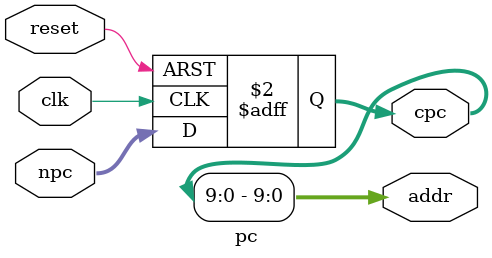
<source format=v>
module pc(clk,reset,npc,cpc,addr);
    input clk,reset;
    input[31:0] npc;
    output reg [31:0] cpc;
    output [9:0] addr;
    assign addr = cpc[9:0];  //IM address

    always@(posedge clk or posedge reset)
    begin
      if(reset)
          cpc<=32'h0000_3000;
      else
         cpc<=npc;
    end
endmodule
</source>
